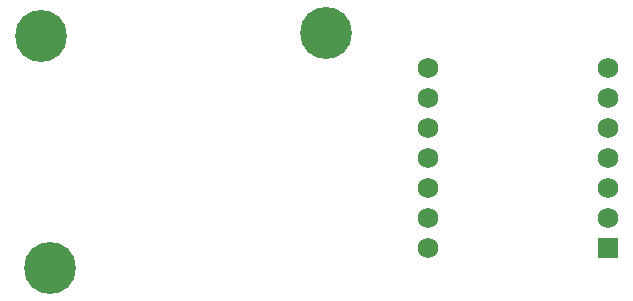
<source format=gbr>
%TF.GenerationSoftware,KiCad,Pcbnew,7.0.6*%
%TF.CreationDate,2024-04-06T17:32:54-04:00*%
%TF.ProjectId,5.2_5V,352e325f-3556-42e6-9b69-6361645f7063,rev?*%
%TF.SameCoordinates,Original*%
%TF.FileFunction,Soldermask,Bot*%
%TF.FilePolarity,Negative*%
%FSLAX46Y46*%
G04 Gerber Fmt 4.6, Leading zero omitted, Abs format (unit mm)*
G04 Created by KiCad (PCBNEW 7.0.6) date 2024-04-06 17:32:54*
%MOMM*%
%LPD*%
G01*
G04 APERTURE LIST*
G04 Aperture macros list*
%AMRoundRect*
0 Rectangle with rounded corners*
0 $1 Rounding radius*
0 $2 $3 $4 $5 $6 $7 $8 $9 X,Y pos of 4 corners*
0 Add a 4 corners polygon primitive as box body*
4,1,4,$2,$3,$4,$5,$6,$7,$8,$9,$2,$3,0*
0 Add four circle primitives for the rounded corners*
1,1,$1+$1,$2,$3*
1,1,$1+$1,$4,$5*
1,1,$1+$1,$6,$7*
1,1,$1+$1,$8,$9*
0 Add four rect primitives between the rounded corners*
20,1,$1+$1,$2,$3,$4,$5,0*
20,1,$1+$1,$4,$5,$6,$7,0*
20,1,$1+$1,$6,$7,$8,$9,0*
20,1,$1+$1,$8,$9,$2,$3,0*%
G04 Aperture macros list end*
%ADD10C,4.400000*%
%ADD11RoundRect,0.102000X0.765000X0.765000X-0.765000X0.765000X-0.765000X-0.765000X0.765000X-0.765000X0*%
%ADD12C,1.734000*%
G04 APERTURE END LIST*
D10*
%TO.C,H3*%
X159562800Y-34239200D03*
%TD*%
%TO.C,H2*%
X136194800Y-54102000D03*
%TD*%
D11*
%TO.C,U3*%
X183432500Y-52380000D03*
D12*
X183432500Y-49840000D03*
X183432500Y-47300000D03*
X183432500Y-44760000D03*
X183432500Y-42220000D03*
X183432500Y-39680000D03*
X183432500Y-37140000D03*
X168192500Y-37140000D03*
X168192500Y-39680000D03*
X168192500Y-42220000D03*
X168192500Y-44760000D03*
X168192500Y-47300000D03*
X168192500Y-49840000D03*
X168192500Y-52380000D03*
%TD*%
D10*
%TO.C,H1*%
X135432800Y-34442400D03*
%TD*%
M02*

</source>
